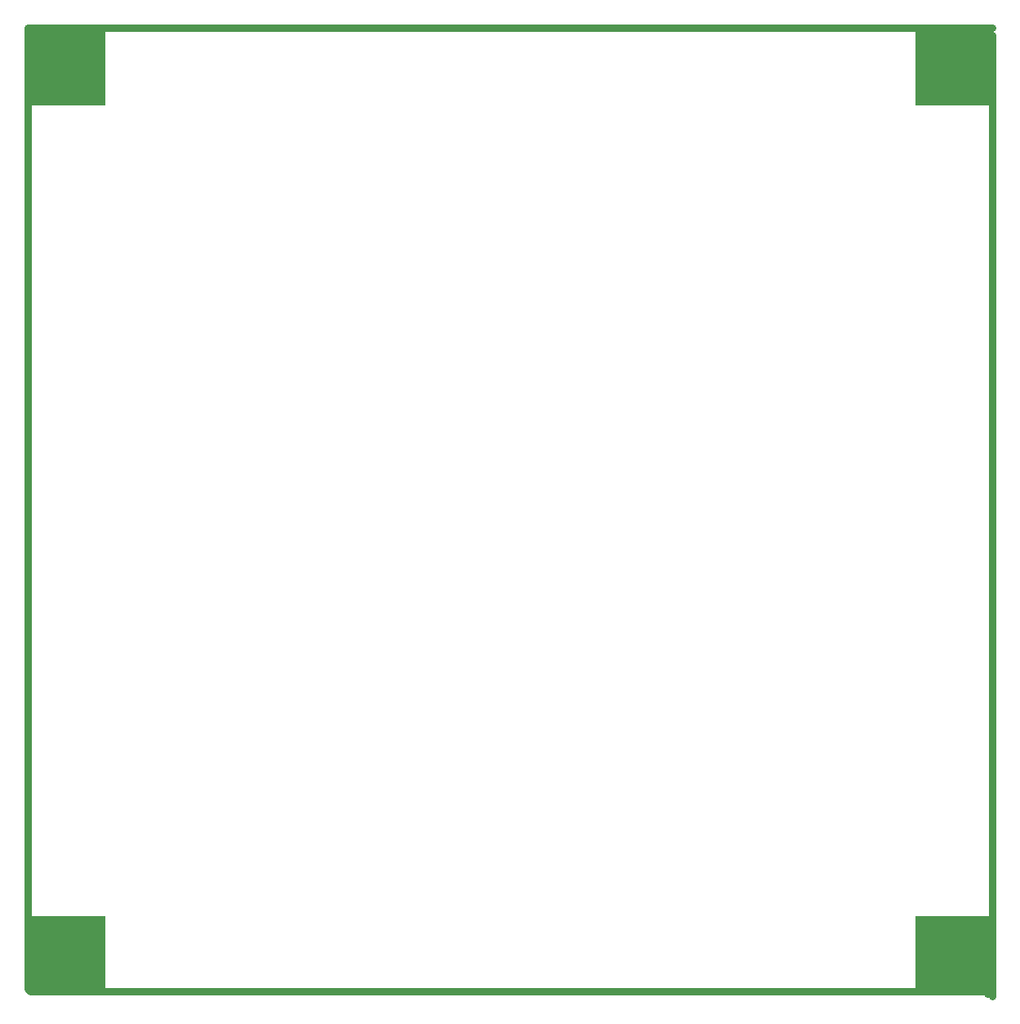
<source format=gko>
G04*
G04 #@! TF.GenerationSoftware,Altium Limited,Altium Designer,19.1.9 (167)*
G04*
G04 Layer_Color=16711935*
%FSLAX25Y25*%
%MOIN*%
G70*
G01*
G75*
%ADD35C,0.03000*%
G36*
X0Y-0D02*
X31496D01*
Y31496D01*
X0D01*
Y-0D01*
D02*
G37*
G36*
X362205D02*
X393701D01*
Y31496D01*
X362205D01*
Y-0D01*
D02*
G37*
G36*
X0Y362205D02*
X31496D01*
Y393701D01*
X0D01*
Y362205D01*
D02*
G37*
G36*
X362205D02*
X393701D01*
Y393701D01*
X362205D01*
Y362205D01*
D02*
G37*
D35*
X0Y393701D02*
X393701D01*
X-0D02*
X0Y1969D01*
X984Y984D01*
X392717D01*
X391732Y0D02*
X392717Y984D01*
X391732Y0D02*
X393701Y1969D01*
X393701Y390701D02*
X393701Y-1032D01*
M02*

</source>
